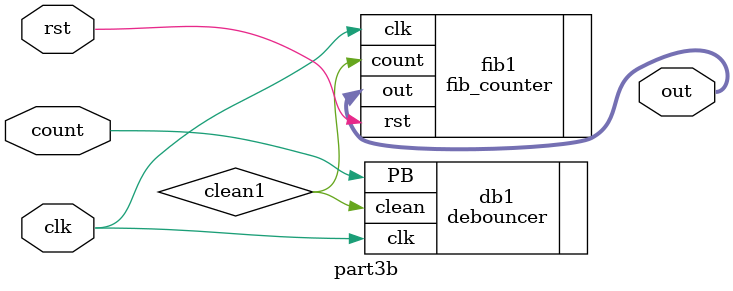
<source format=v>
`timescale 1ns / 1ps


module part3b(out,count,clk,rst);
output [5:0]out;
wire clean1;
input count,clk,rst;

debouncer db1(.clk(clk),.PB(count),.clean(clean1));

fib_counter fib1(.out(out),.count(clean1),.clk(clk),.rst(rst));
endmodule

</source>
